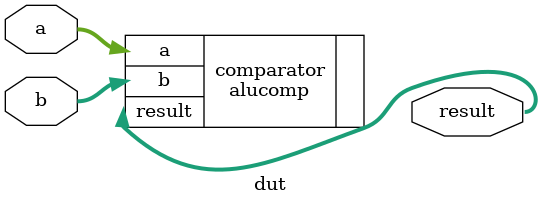
<source format=v>
`timescale 1ns / 1ps
module dut (
    input           [31:0]  a,
    input           [31:0]  b,
    output          [31:0]  result
);

    alucomp comparator (
        .a(a),
        .b(b),
        .result(result)
    );

endmodule

</source>
